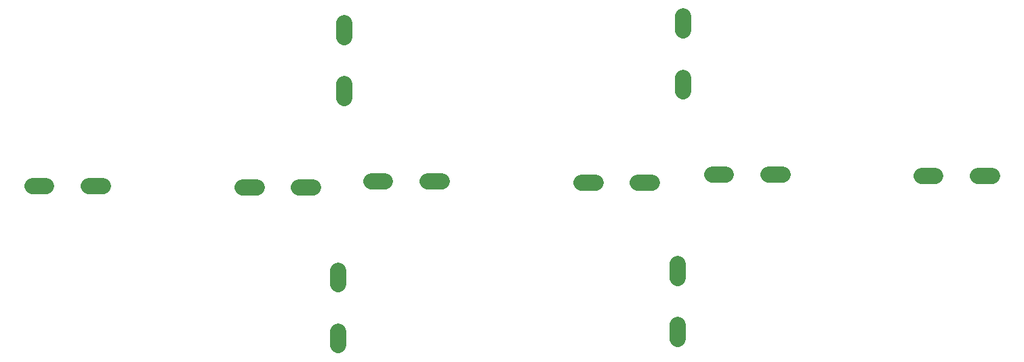
<source format=gbr>
%TF.GenerationSoftware,KiCad,Pcbnew,8.0.4*%
%TF.CreationDate,2024-08-25T22:48:33-07:00*%
%TF.ProjectId,SAOdumpsterfire-panel,53414f64-756d-4707-9374-657266697265,rev?*%
%TF.SameCoordinates,Original*%
%TF.FileFunction,Other,Comment*%
%FSLAX46Y46*%
G04 Gerber Fmt 4.6, Leading zero omitted, Abs format (unit mm)*
G04 Created by KiCad (PCBNEW 8.0.4) date 2024-08-25 22:48:33*
%MOMM*%
%LPD*%
G01*
G04 APERTURE LIST*
%ADD10C,2.000000*%
G04 APERTURE END LIST*
D10*
%TO.C,REF\u002A\u002A*%
X196800000Y-97740000D02*
X195050000Y-97740000D01*
X202105000Y-97750000D02*
X203855000Y-97750000D01*
X170625000Y-97615000D02*
X168875000Y-97615000D01*
X175930000Y-97625000D02*
X177680000Y-97625000D01*
X154325000Y-98590000D02*
X152575000Y-98590000D01*
X159630000Y-98600000D02*
X161380000Y-98600000D01*
X128050000Y-98415000D02*
X126300000Y-98415000D01*
X133355000Y-98425000D02*
X135105000Y-98425000D01*
X85725000Y-99040000D02*
X83975000Y-99040000D01*
X91030000Y-99050000D02*
X92780000Y-99050000D01*
X112000000Y-99165000D02*
X110250000Y-99165000D01*
X117305000Y-99175000D02*
X119055000Y-99175000D01*
X164612675Y-116390125D02*
X164612675Y-118140125D01*
X164602675Y-110500125D02*
X164602675Y-108750125D01*
X122201675Y-117207750D02*
X122201675Y-118957750D01*
X122191675Y-111317750D02*
X122191675Y-109567750D01*
X122913800Y-86269876D02*
X122913800Y-88019876D01*
X122903800Y-80379876D02*
X122903800Y-78629876D01*
X165288425Y-79562251D02*
X165288425Y-77812251D01*
X165298425Y-85452251D02*
X165298425Y-87202251D01*
%TD*%
M02*

</source>
